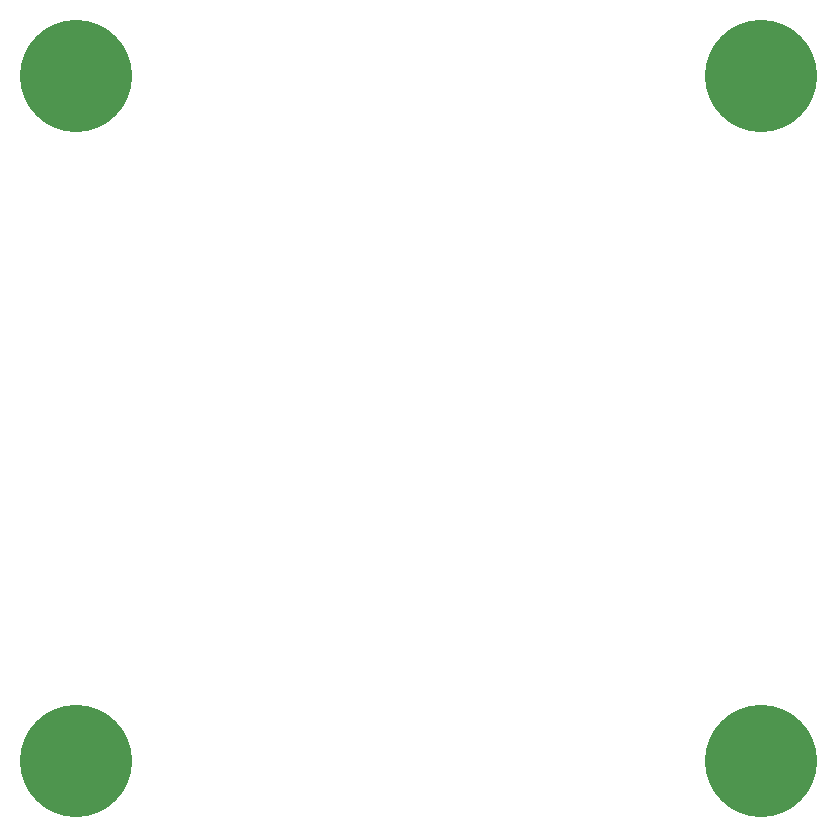
<source format=gbr>
G04 #@! TF.GenerationSoftware,KiCad,Pcbnew,5.1.5+dfsg1-2build2*
G04 #@! TF.CreationDate,2021-12-19T10:03:43+01:00*
G04 #@! TF.ProjectId,Drehko_large_Stator,44726568-6b6f-45f6-9c61-7267655f5374,1.0*
G04 #@! TF.SameCoordinates,Original*
G04 #@! TF.FileFunction,Copper,L2,Bot*
G04 #@! TF.FilePolarity,Positive*
%FSLAX46Y46*%
G04 Gerber Fmt 4.6, Leading zero omitted, Abs format (unit mm)*
G04 Created by KiCad (PCBNEW 5.1.5+dfsg1-2build2) date 2021-12-19 10:03:43*
%MOMM*%
%LPD*%
G04 APERTURE LIST*
%ADD10C,5.700000*%
%ADD11C,9.500000*%
G04 APERTURE END LIST*
D10*
X179000000Y-129000000D03*
D11*
X179000000Y-129000000D03*
X179000000Y-71000000D03*
D10*
X179000000Y-71000000D03*
X121000000Y-71000000D03*
D11*
X121000000Y-71000000D03*
X121000000Y-129000000D03*
D10*
X121000000Y-129000000D03*
M02*

</source>
